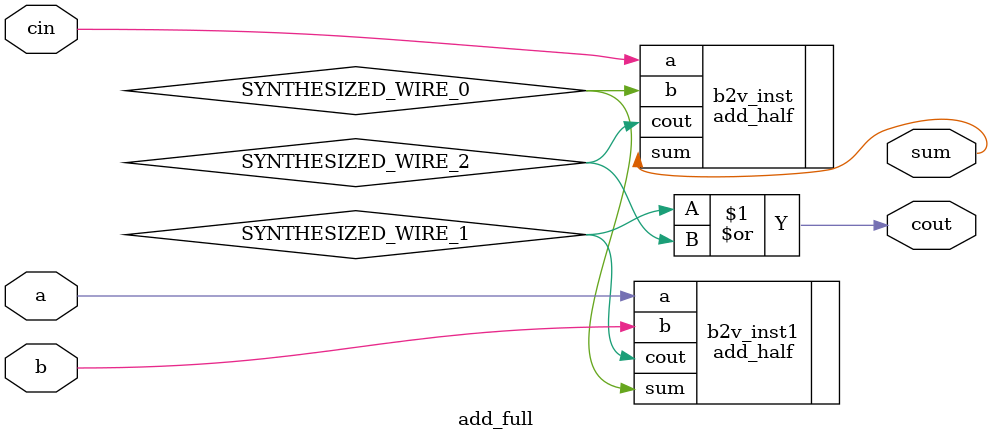
<source format=v>


module add_full(
	cin,
	a,
	b,
	sum,
	cout
);


input wire	cin;
input wire	a;
input wire	b;
output wire	sum;
output wire	cout;

wire	SYNTHESIZED_WIRE_0;
wire	SYNTHESIZED_WIRE_1;
wire	SYNTHESIZED_WIRE_2;





add_half	b2v_inst(
	.a(cin),
	.b(SYNTHESIZED_WIRE_0),
	.sum(sum),
	.cout(SYNTHESIZED_WIRE_2));


add_half	b2v_inst1(
	.a(a),
	.b(b),
	.sum(SYNTHESIZED_WIRE_0),
	.cout(SYNTHESIZED_WIRE_1));

assign	cout = SYNTHESIZED_WIRE_1 | SYNTHESIZED_WIRE_2;


endmodule

</source>
